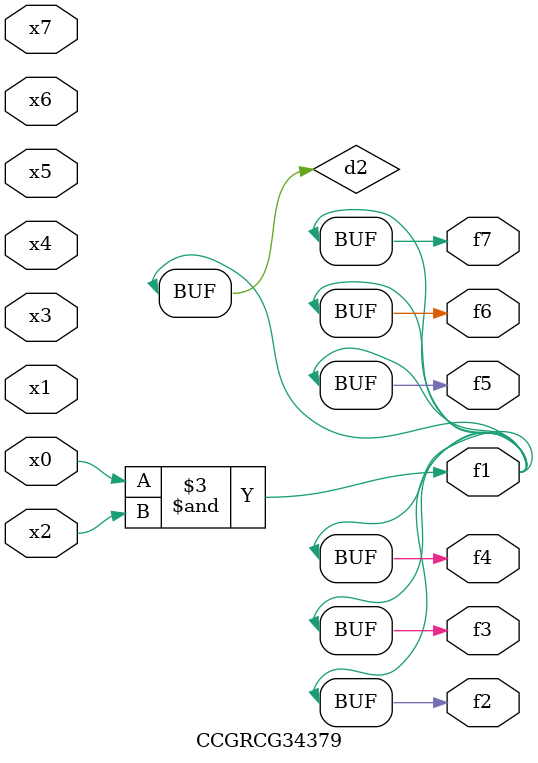
<source format=v>
module CCGRCG34379(
	input x0, x1, x2, x3, x4, x5, x6, x7,
	output f1, f2, f3, f4, f5, f6, f7
);

	wire d1, d2;

	nor (d1, x3, x6);
	and (d2, x0, x2);
	assign f1 = d2;
	assign f2 = d2;
	assign f3 = d2;
	assign f4 = d2;
	assign f5 = d2;
	assign f6 = d2;
	assign f7 = d2;
endmodule

</source>
